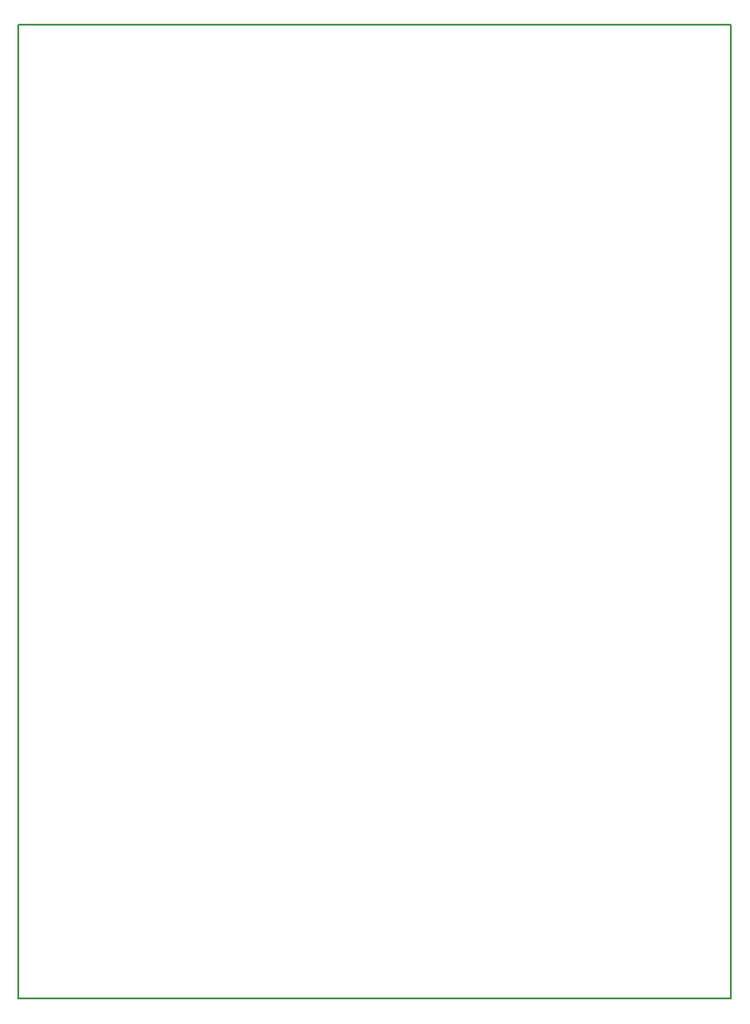
<source format=gbr>
%TF.GenerationSoftware,KiCad,Pcbnew,4.0.7*%
%TF.CreationDate,2018-04-11T17:00:31+03:00*%
%TF.ProjectId,mmnet_base_00,6D6D6E65745F626173655F30302E6B69,rev?*%
%TF.FileFunction,Paste,Top*%
%FSLAX46Y46*%
G04 Gerber Fmt 4.6, Leading zero omitted, Abs format (unit mm)*
G04 Created by KiCad (PCBNEW 4.0.7) date 04/11/18 17:00:31*
%MOMM*%
%LPD*%
G01*
G04 APERTURE LIST*
%ADD10C,0.100000*%
%ADD11C,0.150000*%
G04 APERTURE END LIST*
D10*
D11*
X170180000Y-41910000D02*
X170180000Y-132080000D01*
X104140000Y-41910000D02*
X104140000Y-132080000D01*
X170180000Y-132080000D02*
X104140000Y-132080000D01*
X104140000Y-41910000D02*
X170180000Y-41910000D01*
M02*

</source>
